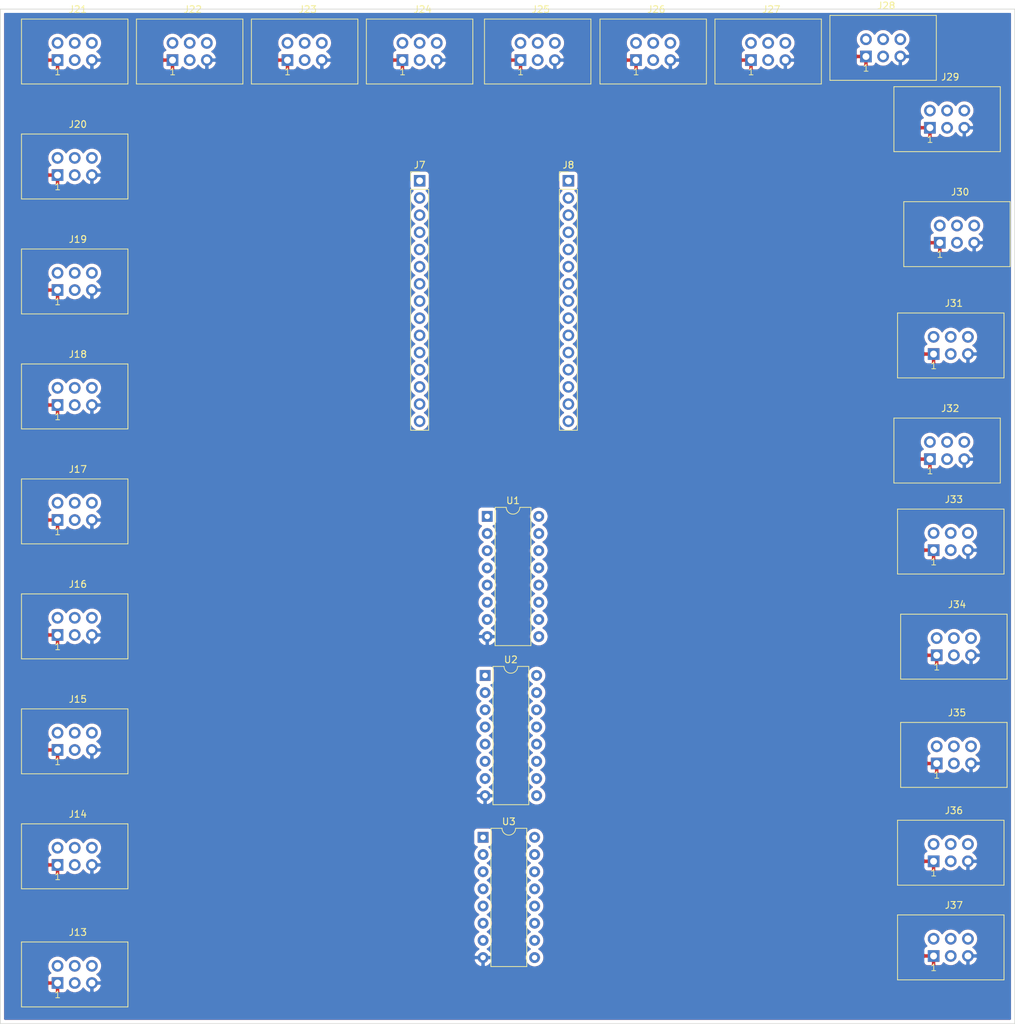
<source format=kicad_pcb>
(kicad_pcb (version 20171130) (host pcbnew "(5.1.10)-1")
  (layers (0 F.Cu signal) (31 B.Cu signal) (34 B.Paste user) (35 F.Paste user) (36 B.SilkS user) (37 F.SilkS user) (38 B.Mask user) (39 F.Mask user) (44 Edge.Cuts user))
  (net 0 "")
  (net 1 GND)
  (net 2 "Net-(J13-Pad3)")
  (net 3 +5V)
  (net 4 "Net-(J14-Pad3)")
  (net 5 "Net-(J15-Pad3)")
  (net 6 "Net-(J16-Pad3)")
  (net 7 "Net-(J17-Pad3)")
  (net 8 "Net-(J18-Pad3)")
  (net 9 "Net-(J19-Pad3)")
  (net 10 "Net-(J20-Pad3)")
  (net 11 "Net-(J21-Pad3)")
  (net 12 "Net-(J22-Pad3)")
  (net 13 "Net-(J23-Pad3)")
  (net 14 "Net-(J24-Pad3)")
  (net 15 "Net-(J25-Pad3)")
  (net 16 "Net-(J26-Pad3)")
  (net 17 "Net-(J27-Pad3)")
  (net 18 "Net-(J28-Pad3)")
  (net 19 "Net-(J29-Pad3)")
  (net 20 "Net-(J30-Pad3)")
  (net 21 "Net-(J31-Pad3)")
  (net 22 "Net-(J32-Pad3)")
  (net 23 "Net-(J33-Pad3)")
  (net 24 "Net-(J34-Pad3)")
  (net 25 "Net-(J35-Pad3)")
  (net 26 "Net-(J36-Pad3)")
  (net 27 VCC)
  (module Housings_DIP:DIP-16_W7.62mm (layer F.Cu) (at 94.38 149.46)
    (fp_text reference U3 (at 3.81 -2.33) (layer F.SilkS))
    (fp_text value 74166)
    (fp_line (start 6.46 -1.33) (end 4.81 -1.33) (layer F.SilkS) (width 0.12))
    (fp_line (start 6.46 19.11) (end 6.46 -1.33) (layer F.SilkS) (width 0.12))
    (fp_line (start 1.16 19.11) (end 6.46 19.11) (layer F.SilkS) (width 0.12))
    (fp_line (start 1.16 -1.33) (end 1.16 19.11) (layer F.SilkS) (width 0.12))
    (fp_line (start 2.81 -1.33) (end 1.16 -1.33) (layer F.SilkS) (width 0.12))
    (fp_arc (start 3.81 -1.33) (end 2.81 -1.33) (angle -180) (layer F.SilkS) (width 0.12))
    (pad 1 thru_hole rect (at 0 0) (size 1.6 1.6) (drill 0.8) (layers *.Cu *.Mask))
    (pad 9 thru_hole oval (at 7.62 17.78) (size 1.6 1.6) (drill 0.8) (layers *.Cu *.Mask))
    (pad 2 thru_hole oval (at 0 2.54) (size 1.6 1.6) (drill 0.8) (layers *.Cu *.Mask))
    (pad 10 thru_hole oval (at 7.62 15.24) (size 1.6 1.6) (drill 0.8) (layers *.Cu *.Mask))
    (pad 3 thru_hole oval (at 0 5.08) (size 1.6 1.6) (drill 0.8) (layers *.Cu *.Mask))
    (pad 11 thru_hole oval (at 7.62 12.7) (size 1.6 1.6) (drill 0.8) (layers *.Cu *.Mask))
    (pad 4 thru_hole oval (at 0 7.62) (size 1.6 1.6) (drill 0.8) (layers *.Cu *.Mask))
    (pad 12 thru_hole oval (at 7.62 10.16) (size 1.6 1.6) (drill 0.8) (layers *.Cu *.Mask))
    (pad 5 thru_hole oval (at 0 10.16) (size 1.6 1.6) (drill 0.8) (layers *.Cu *.Mask))
    (pad 13 thru_hole oval (at 7.62 7.62) (size 1.6 1.6) (drill 0.8) (layers *.Cu *.Mask))
    (pad 6 thru_hole oval (at 0 12.7) (size 1.6 1.6) (drill 0.8) (layers *.Cu *.Mask))
    (pad 14 thru_hole oval (at 7.62 5.08) (size 1.6 1.6) (drill 0.8) (layers *.Cu *.Mask))
    (pad 7 thru_hole oval (at 0 15.24) (size 1.6 1.6) (drill 0.8) (layers *.Cu *.Mask))
    (pad 15 thru_hole oval (at 7.62 2.54) (size 1.6 1.6) (drill 0.8) (layers *.Cu *.Mask))
    (pad 8 thru_hole oval (at 0 17.78) (size 1.6 1.6) (drill 0.8) (layers *.Cu *.Mask) (net 1 GND))
    (pad 16 thru_hole oval (at 7.62 0) (size 1.6 1.6) (drill 0.8) (layers *.Cu *.Mask) (net 27 VCC))
  )
  (module Housings_DIP:DIP-16_W7.62mm (layer F.Cu) (at 94.68 125.52)
    (fp_text reference U2 (at 3.81 -2.33) (layer F.SilkS))
    (fp_text value 74166)
    (fp_line (start 6.46 -1.33) (end 4.81 -1.33) (layer F.SilkS) (width 0.12))
    (fp_line (start 6.46 19.11) (end 6.46 -1.33) (layer F.SilkS) (width 0.12))
    (fp_line (start 1.16 19.11) (end 6.46 19.11) (layer F.SilkS) (width 0.12))
    (fp_line (start 1.16 -1.33) (end 1.16 19.11) (layer F.SilkS) (width 0.12))
    (fp_line (start 2.81 -1.33) (end 1.16 -1.33) (layer F.SilkS) (width 0.12))
    (fp_arc (start 3.81 -1.33) (end 2.81 -1.33) (angle -180) (layer F.SilkS) (width 0.12))
    (pad 1 thru_hole rect (at 0 0) (size 1.6 1.6) (drill 0.8) (layers *.Cu *.Mask))
    (pad 9 thru_hole oval (at 7.62 17.78) (size 1.6 1.6) (drill 0.8) (layers *.Cu *.Mask))
    (pad 2 thru_hole oval (at 0 2.54) (size 1.6 1.6) (drill 0.8) (layers *.Cu *.Mask))
    (pad 10 thru_hole oval (at 7.62 15.24) (size 1.6 1.6) (drill 0.8) (layers *.Cu *.Mask))
    (pad 3 thru_hole oval (at 0 5.08) (size 1.6 1.6) (drill 0.8) (layers *.Cu *.Mask))
    (pad 11 thru_hole oval (at 7.62 12.7) (size 1.6 1.6) (drill 0.8) (layers *.Cu *.Mask))
    (pad 4 thru_hole oval (at 0 7.62) (size 1.6 1.6) (drill 0.8) (layers *.Cu *.Mask))
    (pad 12 thru_hole oval (at 7.62 10.16) (size 1.6 1.6) (drill 0.8) (layers *.Cu *.Mask))
    (pad 5 thru_hole oval (at 0 10.16) (size 1.6 1.6) (drill 0.8) (layers *.Cu *.Mask))
    (pad 13 thru_hole oval (at 7.62 7.62) (size 1.6 1.6) (drill 0.8) (layers *.Cu *.Mask))
    (pad 6 thru_hole oval (at 0 12.7) (size 1.6 1.6) (drill 0.8) (layers *.Cu *.Mask))
    (pad 14 thru_hole oval (at 7.62 5.08) (size 1.6 1.6) (drill 0.8) (layers *.Cu *.Mask))
    (pad 7 thru_hole oval (at 0 15.24) (size 1.6 1.6) (drill 0.8) (layers *.Cu *.Mask))
    (pad 15 thru_hole oval (at 7.62 2.54) (size 1.6 1.6) (drill 0.8) (layers *.Cu *.Mask))
    (pad 8 thru_hole oval (at 0 17.78) (size 1.6 1.6) (drill 0.8) (layers *.Cu *.Mask) (net 1 GND))
    (pad 16 thru_hole oval (at 7.62 0) (size 1.6 1.6) (drill 0.8) (layers *.Cu *.Mask) (net 27 VCC))
  )
  (module Housings_DIP:DIP-16_W7.62mm (layer F.Cu) (at 95 102)
    (fp_text reference U1 (at 3.81 -2.33) (layer F.SilkS))
    (fp_text value 74166)
    (fp_line (start 6.46 -1.33) (end 4.81 -1.33) (layer F.SilkS) (width 0.12))
    (fp_line (start 6.46 19.11) (end 6.46 -1.33) (layer F.SilkS) (width 0.12))
    (fp_line (start 1.16 19.11) (end 6.46 19.11) (layer F.SilkS) (width 0.12))
    (fp_line (start 1.16 -1.33) (end 1.16 19.11) (layer F.SilkS) (width 0.12))
    (fp_line (start 2.81 -1.33) (end 1.16 -1.33) (layer F.SilkS) (width 0.12))
    (fp_arc (start 3.81 -1.33) (end 2.81 -1.33) (angle -180) (layer F.SilkS) (width 0.12))
    (pad 1 thru_hole rect (at 0 0) (size 1.6 1.6) (drill 0.8) (layers *.Cu *.Mask))
    (pad 9 thru_hole oval (at 7.62 17.78) (size 1.6 1.6) (drill 0.8) (layers *.Cu *.Mask))
    (pad 2 thru_hole oval (at 0 2.54) (size 1.6 1.6) (drill 0.8) (layers *.Cu *.Mask))
    (pad 10 thru_hole oval (at 7.62 15.24) (size 1.6 1.6) (drill 0.8) (layers *.Cu *.Mask))
    (pad 3 thru_hole oval (at 0 5.08) (size 1.6 1.6) (drill 0.8) (layers *.Cu *.Mask))
    (pad 11 thru_hole oval (at 7.62 12.7) (size 1.6 1.6) (drill 0.8) (layers *.Cu *.Mask))
    (pad 4 thru_hole oval (at 0 7.62) (size 1.6 1.6) (drill 0.8) (layers *.Cu *.Mask))
    (pad 12 thru_hole oval (at 7.62 10.16) (size 1.6 1.6) (drill 0.8) (layers *.Cu *.Mask))
    (pad 5 thru_hole oval (at 0 10.16) (size 1.6 1.6) (drill 0.8) (layers *.Cu *.Mask))
    (pad 13 thru_hole oval (at 7.62 7.62) (size 1.6 1.6) (drill 0.8) (layers *.Cu *.Mask))
    (pad 6 thru_hole oval (at 0 12.7) (size 1.6 1.6) (drill 0.8) (layers *.Cu *.Mask))
    (pad 14 thru_hole oval (at 7.62 5.08) (size 1.6 1.6) (drill 0.8) (layers *.Cu *.Mask))
    (pad 7 thru_hole oval (at 0 15.24) (size 1.6 1.6) (drill 0.8) (layers *.Cu *.Mask))
    (pad 15 thru_hole oval (at 7.62 2.54) (size 1.6 1.6) (drill 0.8) (layers *.Cu *.Mask))
    (pad 8 thru_hole oval (at 0 17.78) (size 1.6 1.6) (drill 0.8) (layers *.Cu *.Mask) (net 1 GND))
    (pad 16 thru_hole oval (at 7.62 0) (size 1.6 1.6) (drill 0.8) (layers *.Cu *.Mask) (net 27 VCC))
  )
  (module Moederbord:IDC_Header_Straight_6pins (layer F.Cu) (at 161 167)
    (fp_text reference J37 (at 3 -7.5) (layer F.SilkS))
    (fp_text value Conn_01x06_Male)
    (fp_text user 1 (at 0.02 1.72) (layer F.SilkS) (effects (font (thickness 0.12))))
    (fp_line (start -5.33 3.53) (end -5.33 -6.07) (layer F.SilkS) (width 0.12))
    (fp_line (start 10.41 3.53) (end -5.33 3.53) (layer F.SilkS) (width 0.12))
    (fp_line (start 10.41 -6.07) (end 10.41 3.53) (layer F.SilkS) (width 0.12))
    (fp_line (start -5.33 -6.07) (end 10.41 -6.07) (layer F.SilkS) (width 0.12))
    (pad 6 thru_hole oval (at 5.08 -2.54) (size 1.7272 1.7272) (drill 1.016) (layers *.Cu *.Mask))
    (pad 5 thru_hole oval (at 5.08 0) (size 1.7272 1.7272) (drill 1.016) (layers *.Cu *.Mask) (net 1 GND))
    (pad 4 thru_hole oval (at 2.54 -2.54) (size 1.7272 1.7272) (drill 1.016) (layers *.Cu *.Mask))
    (pad 3 thru_hole oval (at 2.54 0) (size 1.7272 1.7272) (drill 1.016) (layers *.Cu *.Mask))
    (pad 2 thru_hole oval (at 0 -2.54) (size 1.7272 1.7272) (drill 1.016) (layers *.Cu *.Mask) (net 26 "Net-(J36-Pad3)"))
    (pad 1 thru_hole rect (at 0 0) (size 1.7272 1.7272) (drill 1.016) (layers *.Cu *.Mask) (net 3 +5V))
  )
  (module Moederbord:IDC_Header_Straight_6pins (layer F.Cu) (at 161 153)
    (fp_text reference J36 (at 3 -7.5) (layer F.SilkS))
    (fp_text value Conn_01x06_Male)
    (fp_text user 1 (at 0.02 1.72) (layer F.SilkS) (effects (font (thickness 0.12))))
    (fp_line (start -5.33 3.53) (end -5.33 -6.07) (layer F.SilkS) (width 0.12))
    (fp_line (start 10.41 3.53) (end -5.33 3.53) (layer F.SilkS) (width 0.12))
    (fp_line (start 10.41 -6.07) (end 10.41 3.53) (layer F.SilkS) (width 0.12))
    (fp_line (start -5.33 -6.07) (end 10.41 -6.07) (layer F.SilkS) (width 0.12))
    (pad 6 thru_hole oval (at 5.08 -2.54) (size 1.7272 1.7272) (drill 1.016) (layers *.Cu *.Mask))
    (pad 5 thru_hole oval (at 5.08 0) (size 1.7272 1.7272) (drill 1.016) (layers *.Cu *.Mask) (net 1 GND))
    (pad 4 thru_hole oval (at 2.54 -2.54) (size 1.7272 1.7272) (drill 1.016) (layers *.Cu *.Mask))
    (pad 3 thru_hole oval (at 2.54 0) (size 1.7272 1.7272) (drill 1.016) (layers *.Cu *.Mask) (net 26 "Net-(J36-Pad3)"))
    (pad 2 thru_hole oval (at 0 -2.54) (size 1.7272 1.7272) (drill 1.016) (layers *.Cu *.Mask) (net 25 "Net-(J35-Pad3)"))
    (pad 1 thru_hole rect (at 0 0) (size 1.7272 1.7272) (drill 1.016) (layers *.Cu *.Mask) (net 3 +5V))
  )
  (module Moederbord:IDC_Header_Straight_6pins (layer F.Cu) (at 161.46 138.54)
    (fp_text reference J35 (at 3 -7.5) (layer F.SilkS))
    (fp_text value Conn_01x06_Male)
    (fp_text user 1 (at 0.02 1.72) (layer F.SilkS) (effects (font (thickness 0.12))))
    (fp_line (start -5.33 3.53) (end -5.33 -6.07) (layer F.SilkS) (width 0.12))
    (fp_line (start 10.41 3.53) (end -5.33 3.53) (layer F.SilkS) (width 0.12))
    (fp_line (start 10.41 -6.07) (end 10.41 3.53) (layer F.SilkS) (width 0.12))
    (fp_line (start -5.33 -6.07) (end 10.41 -6.07) (layer F.SilkS) (width 0.12))
    (pad 6 thru_hole oval (at 5.08 -2.54) (size 1.7272 1.7272) (drill 1.016) (layers *.Cu *.Mask))
    (pad 5 thru_hole oval (at 5.08 0) (size 1.7272 1.7272) (drill 1.016) (layers *.Cu *.Mask) (net 1 GND))
    (pad 4 thru_hole oval (at 2.54 -2.54) (size 1.7272 1.7272) (drill 1.016) (layers *.Cu *.Mask))
    (pad 3 thru_hole oval (at 2.54 0) (size 1.7272 1.7272) (drill 1.016) (layers *.Cu *.Mask) (net 25 "Net-(J35-Pad3)"))
    (pad 2 thru_hole oval (at 0 -2.54) (size 1.7272 1.7272) (drill 1.016) (layers *.Cu *.Mask) (net 24 "Net-(J34-Pad3)"))
    (pad 1 thru_hole rect (at 0 0) (size 1.7272 1.7272) (drill 1.016) (layers *.Cu *.Mask) (net 3 +5V))
  )
  (module Moederbord:IDC_Header_Straight_6pins (layer F.Cu) (at 161.46 122.54)
    (fp_text reference J34 (at 3 -7.5) (layer F.SilkS))
    (fp_text value Conn_01x06_Male)
    (fp_text user 1 (at 0.02 1.72) (layer F.SilkS) (effects (font (thickness 0.12))))
    (fp_line (start -5.33 3.53) (end -5.33 -6.07) (layer F.SilkS) (width 0.12))
    (fp_line (start 10.41 3.53) (end -5.33 3.53) (layer F.SilkS) (width 0.12))
    (fp_line (start 10.41 -6.07) (end 10.41 3.53) (layer F.SilkS) (width 0.12))
    (fp_line (start -5.33 -6.07) (end 10.41 -6.07) (layer F.SilkS) (width 0.12))
    (pad 6 thru_hole oval (at 5.08 -2.54) (size 1.7272 1.7272) (drill 1.016) (layers *.Cu *.Mask))
    (pad 5 thru_hole oval (at 5.08 0) (size 1.7272 1.7272) (drill 1.016) (layers *.Cu *.Mask) (net 1 GND))
    (pad 4 thru_hole oval (at 2.54 -2.54) (size 1.7272 1.7272) (drill 1.016) (layers *.Cu *.Mask))
    (pad 3 thru_hole oval (at 2.54 0) (size 1.7272 1.7272) (drill 1.016) (layers *.Cu *.Mask) (net 24 "Net-(J34-Pad3)"))
    (pad 2 thru_hole oval (at 0 -2.54) (size 1.7272 1.7272) (drill 1.016) (layers *.Cu *.Mask) (net 23 "Net-(J33-Pad3)"))
    (pad 1 thru_hole rect (at 0 0) (size 1.7272 1.7272) (drill 1.016) (layers *.Cu *.Mask) (net 3 +5V))
  )
  (module Moederbord:IDC_Header_Straight_6pins (layer F.Cu) (at 161 107)
    (fp_text reference J33 (at 3 -7.5) (layer F.SilkS))
    (fp_text value Conn_01x06_Male)
    (fp_text user 1 (at 0.02 1.72) (layer F.SilkS) (effects (font (thickness 0.12))))
    (fp_line (start -5.33 3.53) (end -5.33 -6.07) (layer F.SilkS) (width 0.12))
    (fp_line (start 10.41 3.53) (end -5.33 3.53) (layer F.SilkS) (width 0.12))
    (fp_line (start 10.41 -6.07) (end 10.41 3.53) (layer F.SilkS) (width 0.12))
    (fp_line (start -5.33 -6.07) (end 10.41 -6.07) (layer F.SilkS) (width 0.12))
    (pad 6 thru_hole oval (at 5.08 -2.54) (size 1.7272 1.7272) (drill 1.016) (layers *.Cu *.Mask))
    (pad 5 thru_hole oval (at 5.08 0) (size 1.7272 1.7272) (drill 1.016) (layers *.Cu *.Mask) (net 1 GND))
    (pad 4 thru_hole oval (at 2.54 -2.54) (size 1.7272 1.7272) (drill 1.016) (layers *.Cu *.Mask))
    (pad 3 thru_hole oval (at 2.54 0) (size 1.7272 1.7272) (drill 1.016) (layers *.Cu *.Mask) (net 23 "Net-(J33-Pad3)"))
    (pad 2 thru_hole oval (at 0 -2.54) (size 1.7272 1.7272) (drill 1.016) (layers *.Cu *.Mask) (net 22 "Net-(J32-Pad3)"))
    (pad 1 thru_hole rect (at 0 0) (size 1.7272 1.7272) (drill 1.016) (layers *.Cu *.Mask) (net 3 +5V))
  )
  (module Moederbord:IDC_Header_Straight_6pins (layer F.Cu) (at 160.46 93.54)
    (fp_text reference J32 (at 3 -7.5) (layer F.SilkS))
    (fp_text value Conn_01x06_Male)
    (fp_text user 1 (at 0.02 1.72) (layer F.SilkS) (effects (font (thickness 0.12))))
    (fp_line (start -5.33 3.53) (end -5.33 -6.07) (layer F.SilkS) (width 0.12))
    (fp_line (start 10.41 3.53) (end -5.33 3.53) (layer F.SilkS) (width 0.12))
    (fp_line (start 10.41 -6.07) (end 10.41 3.53) (layer F.SilkS) (width 0.12))
    (fp_line (start -5.33 -6.07) (end 10.41 -6.07) (layer F.SilkS) (width 0.12))
    (pad 6 thru_hole oval (at 5.08 -2.54) (size 1.7272 1.7272) (drill 1.016) (layers *.Cu *.Mask))
    (pad 5 thru_hole oval (at 5.08 0) (size 1.7272 1.7272) (drill 1.016) (layers *.Cu *.Mask) (net 1 GND))
    (pad 4 thru_hole oval (at 2.54 -2.54) (size 1.7272 1.7272) (drill 1.016) (layers *.Cu *.Mask))
    (pad 3 thru_hole oval (at 2.54 0) (size 1.7272 1.7272) (drill 1.016) (layers *.Cu *.Mask) (net 22 "Net-(J32-Pad3)"))
    (pad 2 thru_hole oval (at 0 -2.54) (size 1.7272 1.7272) (drill 1.016) (layers *.Cu *.Mask) (net 21 "Net-(J31-Pad3)"))
    (pad 1 thru_hole rect (at 0 0) (size 1.7272 1.7272) (drill 1.016) (layers *.Cu *.Mask) (net 3 +5V))
  )
  (module Moederbord:IDC_Header_Straight_6pins (layer F.Cu) (at 161 78)
    (fp_text reference J31 (at 3 -7.5) (layer F.SilkS))
    (fp_text value Conn_01x06_Male)
    (fp_text user 1 (at 0.02 1.72) (layer F.SilkS) (effects (font (thickness 0.12))))
    (fp_line (start -5.33 3.53) (end -5.33 -6.07) (layer F.SilkS) (width 0.12))
    (fp_line (start 10.41 3.53) (end -5.33 3.53) (layer F.SilkS) (width 0.12))
    (fp_line (start 10.41 -6.07) (end 10.41 3.53) (layer F.SilkS) (width 0.12))
    (fp_line (start -5.33 -6.07) (end 10.41 -6.07) (layer F.SilkS) (width 0.12))
    (pad 6 thru_hole oval (at 5.08 -2.54) (size 1.7272 1.7272) (drill 1.016) (layers *.Cu *.Mask))
    (pad 5 thru_hole oval (at 5.08 0) (size 1.7272 1.7272) (drill 1.016) (layers *.Cu *.Mask) (net 1 GND))
    (pad 4 thru_hole oval (at 2.54 -2.54) (size 1.7272 1.7272) (drill 1.016) (layers *.Cu *.Mask))
    (pad 3 thru_hole oval (at 2.54 0) (size 1.7272 1.7272) (drill 1.016) (layers *.Cu *.Mask) (net 21 "Net-(J31-Pad3)"))
    (pad 2 thru_hole oval (at 0 -2.54) (size 1.7272 1.7272) (drill 1.016) (layers *.Cu *.Mask) (net 20 "Net-(J30-Pad3)"))
    (pad 1 thru_hole rect (at 0 0) (size 1.7272 1.7272) (drill 1.016) (layers *.Cu *.Mask) (net 3 +5V))
  )
  (module Moederbord:IDC_Header_Straight_6pins (layer F.Cu) (at 161.92 61.54)
    (fp_text reference J30 (at 3 -7.5) (layer F.SilkS))
    (fp_text value Conn_01x06_Male)
    (fp_text user 1 (at 0.02 1.72) (layer F.SilkS) (effects (font (thickness 0.12))))
    (fp_line (start -5.33 3.53) (end -5.33 -6.07) (layer F.SilkS) (width 0.12))
    (fp_line (start 10.41 3.53) (end -5.33 3.53) (layer F.SilkS) (width 0.12))
    (fp_line (start 10.41 -6.07) (end 10.41 3.53) (layer F.SilkS) (width 0.12))
    (fp_line (start -5.33 -6.07) (end 10.41 -6.07) (layer F.SilkS) (width 0.12))
    (pad 6 thru_hole oval (at 5.08 -2.54) (size 1.7272 1.7272) (drill 1.016) (layers *.Cu *.Mask))
    (pad 5 thru_hole oval (at 5.08 0) (size 1.7272 1.7272) (drill 1.016) (layers *.Cu *.Mask) (net 1 GND))
    (pad 4 thru_hole oval (at 2.54 -2.54) (size 1.7272 1.7272) (drill 1.016) (layers *.Cu *.Mask))
    (pad 3 thru_hole oval (at 2.54 0) (size 1.7272 1.7272) (drill 1.016) (layers *.Cu *.Mask) (net 20 "Net-(J30-Pad3)"))
    (pad 2 thru_hole oval (at 0 -2.54) (size 1.7272 1.7272) (drill 1.016) (layers *.Cu *.Mask) (net 19 "Net-(J29-Pad3)"))
    (pad 1 thru_hole rect (at 0 0) (size 1.7272 1.7272) (drill 1.016) (layers *.Cu *.Mask) (net 3 +5V))
  )
  (module Moederbord:IDC_Header_Straight_6pins (layer F.Cu) (at 160.46 44.54)
    (fp_text reference J29 (at 3 -7.5) (layer F.SilkS))
    (fp_text value Conn_01x06_Male)
    (fp_text user 1 (at 0.02 1.72) (layer F.SilkS) (effects (font (thickness 0.12))))
    (fp_line (start -5.33 3.53) (end -5.33 -6.07) (layer F.SilkS) (width 0.12))
    (fp_line (start 10.41 3.53) (end -5.33 3.53) (layer F.SilkS) (width 0.12))
    (fp_line (start 10.41 -6.07) (end 10.41 3.53) (layer F.SilkS) (width 0.12))
    (fp_line (start -5.33 -6.07) (end 10.41 -6.07) (layer F.SilkS) (width 0.12))
    (pad 6 thru_hole oval (at 5.08 -2.54) (size 1.7272 1.7272) (drill 1.016) (layers *.Cu *.Mask))
    (pad 5 thru_hole oval (at 5.08 0) (size 1.7272 1.7272) (drill 1.016) (layers *.Cu *.Mask) (net 1 GND))
    (pad 4 thru_hole oval (at 2.54 -2.54) (size 1.7272 1.7272) (drill 1.016) (layers *.Cu *.Mask))
    (pad 3 thru_hole oval (at 2.54 0) (size 1.7272 1.7272) (drill 1.016) (layers *.Cu *.Mask) (net 19 "Net-(J29-Pad3)"))
    (pad 2 thru_hole oval (at 0 -2.54) (size 1.7272 1.7272) (drill 1.016) (layers *.Cu *.Mask) (net 18 "Net-(J28-Pad3)"))
    (pad 1 thru_hole rect (at 0 0) (size 1.7272 1.7272) (drill 1.016) (layers *.Cu *.Mask) (net 3 +5V))
  )
  (module Moederbord:IDC_Header_Straight_6pins (layer F.Cu) (at 151 34)
    (fp_text reference J28 (at 3 -7.5) (layer F.SilkS))
    (fp_text value Conn_01x06_Male)
    (fp_text user 1 (at 0.02 1.72) (layer F.SilkS) (effects (font (thickness 0.12))))
    (fp_line (start -5.33 3.53) (end -5.33 -6.07) (layer F.SilkS) (width 0.12))
    (fp_line (start 10.41 3.53) (end -5.33 3.53) (layer F.SilkS) (width 0.12))
    (fp_line (start 10.41 -6.07) (end 10.41 3.53) (layer F.SilkS) (width 0.12))
    (fp_line (start -5.33 -6.07) (end 10.41 -6.07) (layer F.SilkS) (width 0.12))
    (pad 6 thru_hole oval (at 5.08 -2.54) (size 1.7272 1.7272) (drill 1.016) (layers *.Cu *.Mask))
    (pad 5 thru_hole oval (at 5.08 0) (size 1.7272 1.7272) (drill 1.016) (layers *.Cu *.Mask) (net 1 GND))
    (pad 4 thru_hole oval (at 2.54 -2.54) (size 1.7272 1.7272) (drill 1.016) (layers *.Cu *.Mask))
    (pad 3 thru_hole oval (at 2.54 0) (size 1.7272 1.7272) (drill 1.016) (layers *.Cu *.Mask) (net 18 "Net-(J28-Pad3)"))
    (pad 2 thru_hole oval (at 0 -2.54) (size 1.7272 1.7272) (drill 1.016) (layers *.Cu *.Mask) (net 17 "Net-(J27-Pad3)"))
    (pad 1 thru_hole rect (at 0 0) (size 1.7272 1.7272) (drill 1.016) (layers *.Cu *.Mask) (net 3 +5V))
  )
  (module Moederbord:IDC_Header_Straight_6pins (layer F.Cu) (at 134 34.54)
    (fp_text reference J27 (at 3 -7.5) (layer F.SilkS))
    (fp_text value Conn_01x06_Male)
    (fp_text user 1 (at 0.02 1.72) (layer F.SilkS) (effects (font (thickness 0.12))))
    (fp_line (start -5.33 3.53) (end -5.33 -6.07) (layer F.SilkS) (width 0.12))
    (fp_line (start 10.41 3.53) (end -5.33 3.53) (layer F.SilkS) (width 0.12))
    (fp_line (start 10.41 -6.07) (end 10.41 3.53) (layer F.SilkS) (width 0.12))
    (fp_line (start -5.33 -6.07) (end 10.41 -6.07) (layer F.SilkS) (width 0.12))
    (pad 6 thru_hole oval (at 5.08 -2.54) (size 1.7272 1.7272) (drill 1.016) (layers *.Cu *.Mask))
    (pad 5 thru_hole oval (at 5.08 0) (size 1.7272 1.7272) (drill 1.016) (layers *.Cu *.Mask) (net 1 GND))
    (pad 4 thru_hole oval (at 2.54 -2.54) (size 1.7272 1.7272) (drill 1.016) (layers *.Cu *.Mask))
    (pad 3 thru_hole oval (at 2.54 0) (size 1.7272 1.7272) (drill 1.016) (layers *.Cu *.Mask) (net 17 "Net-(J27-Pad3)"))
    (pad 2 thru_hole oval (at 0 -2.54) (size 1.7272 1.7272) (drill 1.016) (layers *.Cu *.Mask) (net 16 "Net-(J26-Pad3)"))
    (pad 1 thru_hole rect (at 0 0) (size 1.7272 1.7272) (drill 1.016) (layers *.Cu *.Mask) (net 3 +5V))
  )
  (module Moederbord:IDC_Header_Straight_6pins (layer F.Cu) (at 117 34.54)
    (fp_text reference J26 (at 3 -7.5) (layer F.SilkS))
    (fp_text value Conn_01x06_Male)
    (fp_text user 1 (at 0.02 1.72) (layer F.SilkS) (effects (font (thickness 0.12))))
    (fp_line (start -5.33 3.53) (end -5.33 -6.07) (layer F.SilkS) (width 0.12))
    (fp_line (start 10.41 3.53) (end -5.33 3.53) (layer F.SilkS) (width 0.12))
    (fp_line (start 10.41 -6.07) (end 10.41 3.53) (layer F.SilkS) (width 0.12))
    (fp_line (start -5.33 -6.07) (end 10.41 -6.07) (layer F.SilkS) (width 0.12))
    (pad 6 thru_hole oval (at 5.08 -2.54) (size 1.7272 1.7272) (drill 1.016) (layers *.Cu *.Mask))
    (pad 5 thru_hole oval (at 5.08 0) (size 1.7272 1.7272) (drill 1.016) (layers *.Cu *.Mask) (net 1 GND))
    (pad 4 thru_hole oval (at 2.54 -2.54) (size 1.7272 1.7272) (drill 1.016) (layers *.Cu *.Mask))
    (pad 3 thru_hole oval (at 2.54 0) (size 1.7272 1.7272) (drill 1.016) (layers *.Cu *.Mask) (net 16 "Net-(J26-Pad3)"))
    (pad 2 thru_hole oval (at 0 -2.54) (size 1.7272 1.7272) (drill 1.016) (layers *.Cu *.Mask) (net 15 "Net-(J25-Pad3)"))
    (pad 1 thru_hole rect (at 0 0) (size 1.7272 1.7272) (drill 1.016) (layers *.Cu *.Mask) (net 3 +5V))
  )
  (module Moederbord:IDC_Header_Straight_6pins (layer F.Cu) (at 99.92 34.54)
    (fp_text reference J25 (at 3 -7.5) (layer F.SilkS))
    (fp_text value Conn_01x06_Male)
    (fp_text user 1 (at 0.02 1.72) (layer F.SilkS) (effects (font (thickness 0.12))))
    (fp_line (start -5.33 3.53) (end -5.33 -6.07) (layer F.SilkS) (width 0.12))
    (fp_line (start 10.41 3.53) (end -5.33 3.53) (layer F.SilkS) (width 0.12))
    (fp_line (start 10.41 -6.07) (end 10.41 3.53) (layer F.SilkS) (width 0.12))
    (fp_line (start -5.33 -6.07) (end 10.41 -6.07) (layer F.SilkS) (width 0.12))
    (pad 6 thru_hole oval (at 5.08 -2.54) (size 1.7272 1.7272) (drill 1.016) (layers *.Cu *.Mask))
    (pad 5 thru_hole oval (at 5.08 0) (size 1.7272 1.7272) (drill 1.016) (layers *.Cu *.Mask) (net 1 GND))
    (pad 4 thru_hole oval (at 2.54 -2.54) (size 1.7272 1.7272) (drill 1.016) (layers *.Cu *.Mask))
    (pad 3 thru_hole oval (at 2.54 0) (size 1.7272 1.7272) (drill 1.016) (layers *.Cu *.Mask) (net 15 "Net-(J25-Pad3)"))
    (pad 2 thru_hole oval (at 0 -2.54) (size 1.7272 1.7272) (drill 1.016) (layers *.Cu *.Mask) (net 14 "Net-(J24-Pad3)"))
    (pad 1 thru_hole rect (at 0 0) (size 1.7272 1.7272) (drill 1.016) (layers *.Cu *.Mask) (net 3 +5V))
  )
  (module Moederbord:IDC_Header_Straight_6pins (layer F.Cu) (at 82.46 34.54)
    (fp_text reference J24 (at 3 -7.5) (layer F.SilkS))
    (fp_text value Conn_01x06_Male)
    (fp_text user 1 (at 0.02 1.72) (layer F.SilkS) (effects (font (thickness 0.12))))
    (fp_line (start -5.33 3.53) (end -5.33 -6.07) (layer F.SilkS) (width 0.12))
    (fp_line (start 10.41 3.53) (end -5.33 3.53) (layer F.SilkS) (width 0.12))
    (fp_line (start 10.41 -6.07) (end 10.41 3.53) (layer F.SilkS) (width 0.12))
    (fp_line (start -5.33 -6.07) (end 10.41 -6.07) (layer F.SilkS) (width 0.12))
    (pad 6 thru_hole oval (at 5.08 -2.54) (size 1.7272 1.7272) (drill 1.016) (layers *.Cu *.Mask))
    (pad 5 thru_hole oval (at 5.08 0) (size 1.7272 1.7272) (drill 1.016) (layers *.Cu *.Mask) (net 1 GND))
    (pad 4 thru_hole oval (at 2.54 -2.54) (size 1.7272 1.7272) (drill 1.016) (layers *.Cu *.Mask))
    (pad 3 thru_hole oval (at 2.54 0) (size 1.7272 1.7272) (drill 1.016) (layers *.Cu *.Mask) (net 14 "Net-(J24-Pad3)"))
    (pad 2 thru_hole oval (at 0 -2.54) (size 1.7272 1.7272) (drill 1.016) (layers *.Cu *.Mask) (net 13 "Net-(J23-Pad3)"))
    (pad 1 thru_hole rect (at 0 0) (size 1.7272 1.7272) (drill 1.016) (layers *.Cu *.Mask) (net 3 +5V))
  )
  (module Moederbord:IDC_Header_Straight_6pins (layer F.Cu) (at 65.46 34.54)
    (fp_text reference J23 (at 3 -7.5) (layer F.SilkS))
    (fp_text value Conn_01x06_Male)
    (fp_text user 1 (at 0.02 1.72) (layer F.SilkS) (effects (font (thickness 0.12))))
    (fp_line (start -5.33 3.53) (end -5.33 -6.07) (layer F.SilkS) (width 0.12))
    (fp_line (start 10.41 3.53) (end -5.33 3.53) (layer F.SilkS) (width 0.12))
    (fp_line (start 10.41 -6.07) (end 10.41 3.53) (layer F.SilkS) (width 0.12))
    (fp_line (start -5.33 -6.07) (end 10.41 -6.07) (layer F.SilkS) (width 0.12))
    (pad 6 thru_hole oval (at 5.08 -2.54) (size 1.7272 1.7272) (drill 1.016) (layers *.Cu *.Mask))
    (pad 5 thru_hole oval (at 5.08 0) (size 1.7272 1.7272) (drill 1.016) (layers *.Cu *.Mask) (net 1 GND))
    (pad 4 thru_hole oval (at 2.54 -2.54) (size 1.7272 1.7272) (drill 1.016) (layers *.Cu *.Mask))
    (pad 3 thru_hole oval (at 2.54 0) (size 1.7272 1.7272) (drill 1.016) (layers *.Cu *.Mask) (net 13 "Net-(J23-Pad3)"))
    (pad 2 thru_hole oval (at 0 -2.54) (size 1.7272 1.7272) (drill 1.016) (layers *.Cu *.Mask) (net 12 "Net-(J22-Pad3)"))
    (pad 1 thru_hole rect (at 0 0) (size 1.7272 1.7272) (drill 1.016) (layers *.Cu *.Mask) (net 3 +5V))
  )
  (module Moederbord:IDC_Header_Straight_6pins (layer F.Cu) (at 48.46 34.54)
    (fp_text reference J22 (at 3 -7.5) (layer F.SilkS))
    (fp_text value Conn_01x06_Male)
    (fp_text user 1 (at 0.02 1.72) (layer F.SilkS) (effects (font (thickness 0.12))))
    (fp_line (start -5.33 3.53) (end -5.33 -6.07) (layer F.SilkS) (width 0.12))
    (fp_line (start 10.41 3.53) (end -5.33 3.53) (layer F.SilkS) (width 0.12))
    (fp_line (start 10.41 -6.07) (end 10.41 3.53) (layer F.SilkS) (width 0.12))
    (fp_line (start -5.33 -6.07) (end 10.41 -6.07) (layer F.SilkS) (width 0.12))
    (pad 6 thru_hole oval (at 5.08 -2.54) (size 1.7272 1.7272) (drill 1.016) (layers *.Cu *.Mask))
    (pad 5 thru_hole oval (at 5.08 0) (size 1.7272 1.7272) (drill 1.016) (layers *.Cu *.Mask) (net 1 GND))
    (pad 4 thru_hole oval (at 2.54 -2.54) (size 1.7272 1.7272) (drill 1.016) (layers *.Cu *.Mask))
    (pad 3 thru_hole oval (at 2.54 0) (size 1.7272 1.7272) (drill 1.016) (layers *.Cu *.Mask) (net 12 "Net-(J22-Pad3)"))
    (pad 2 thru_hole oval (at 0 -2.54) (size 1.7272 1.7272) (drill 1.016) (layers *.Cu *.Mask) (net 11 "Net-(J21-Pad3)"))
    (pad 1 thru_hole rect (at 0 0) (size 1.7272 1.7272) (drill 1.016) (layers *.Cu *.Mask) (net 3 +5V))
  )
  (module Moederbord:IDC_Header_Straight_6pins (layer F.Cu) (at 31.46 34.54)
    (fp_text reference J21 (at 3 -7.5) (layer F.SilkS))
    (fp_text value Conn_01x06_Male)
    (fp_text user 1 (at 0.02 1.72) (layer F.SilkS) (effects (font (thickness 0.12))))
    (fp_line (start -5.33 3.53) (end -5.33 -6.07) (layer F.SilkS) (width 0.12))
    (fp_line (start 10.41 3.53) (end -5.33 3.53) (layer F.SilkS) (width 0.12))
    (fp_line (start 10.41 -6.07) (end 10.41 3.53) (layer F.SilkS) (width 0.12))
    (fp_line (start -5.33 -6.07) (end 10.41 -6.07) (layer F.SilkS) (width 0.12))
    (pad 6 thru_hole oval (at 5.08 -2.54) (size 1.7272 1.7272) (drill 1.016) (layers *.Cu *.Mask))
    (pad 5 thru_hole oval (at 5.08 0) (size 1.7272 1.7272) (drill 1.016) (layers *.Cu *.Mask) (net 1 GND))
    (pad 4 thru_hole oval (at 2.54 -2.54) (size 1.7272 1.7272) (drill 1.016) (layers *.Cu *.Mask))
    (pad 3 thru_hole oval (at 2.54 0) (size 1.7272 1.7272) (drill 1.016) (layers *.Cu *.Mask) (net 11 "Net-(J21-Pad3)"))
    (pad 2 thru_hole oval (at 0 -2.54) (size 1.7272 1.7272) (drill 1.016) (layers *.Cu *.Mask) (net 10 "Net-(J20-Pad3)"))
    (pad 1 thru_hole rect (at 0 0) (size 1.7272 1.7272) (drill 1.016) (layers *.Cu *.Mask) (net 3 +5V))
  )
  (module Moederbord:IDC_Header_Straight_6pins (layer F.Cu) (at 31.46 51.54)
    (fp_text reference J20 (at 3 -7.5) (layer F.SilkS))
    (fp_text value Conn_01x06_Male)
    (fp_text user 1 (at 0.02 1.72) (layer F.SilkS) (effects (font (thickness 0.12))))
    (fp_line (start -5.33 3.53) (end -5.33 -6.07) (layer F.SilkS) (width 0.12))
    (fp_line (start 10.41 3.53) (end -5.33 3.53) (layer F.SilkS) (width 0.12))
    (fp_line (start 10.41 -6.07) (end 10.41 3.53) (layer F.SilkS) (width 0.12))
    (fp_line (start -5.33 -6.07) (end 10.41 -6.07) (layer F.SilkS) (width 0.12))
    (pad 6 thru_hole oval (at 5.08 -2.54) (size 1.7272 1.7272) (drill 1.016) (layers *.Cu *.Mask))
    (pad 5 thru_hole oval (at 5.08 0) (size 1.7272 1.7272) (drill 1.016) (layers *.Cu *.Mask) (net 1 GND))
    (pad 4 thru_hole oval (at 2.54 -2.54) (size 1.7272 1.7272) (drill 1.016) (layers *.Cu *.Mask))
    (pad 3 thru_hole oval (at 2.54 0) (size 1.7272 1.7272) (drill 1.016) (layers *.Cu *.Mask) (net 10 "Net-(J20-Pad3)"))
    (pad 2 thru_hole oval (at 0 -2.54) (size 1.7272 1.7272) (drill 1.016) (layers *.Cu *.Mask) (net 9 "Net-(J19-Pad3)"))
    (pad 1 thru_hole rect (at 0 0) (size 1.7272 1.7272) (drill 1.016) (layers *.Cu *.Mask) (net 3 +5V))
  )
  (module Moederbord:IDC_Header_Straight_6pins (layer F.Cu) (at 31.46 68.54)
    (fp_text reference J19 (at 3 -7.5) (layer F.SilkS))
    (fp_text value Conn_01x06_Male)
    (fp_text user 1 (at 0.02 1.72) (layer F.SilkS) (effects (font (thickness 0.12))))
    (fp_line (start -5.33 3.53) (end -5.33 -6.07) (layer F.SilkS) (width 0.12))
    (fp_line (start 10.41 3.53) (end -5.33 3.53) (layer F.SilkS) (width 0.12))
    (fp_line (start 10.41 -6.07) (end 10.41 3.53) (layer F.SilkS) (width 0.12))
    (fp_line (start -5.33 -6.07) (end 10.41 -6.07) (layer F.SilkS) (width 0.12))
    (pad 6 thru_hole oval (at 5.08 -2.54) (size 1.7272 1.7272) (drill 1.016) (layers *.Cu *.Mask))
    (pad 5 thru_hole oval (at 5.08 0) (size 1.7272 1.7272) (drill 1.016) (layers *.Cu *.Mask) (net 1 GND))
    (pad 4 thru_hole oval (at 2.54 -2.54) (size 1.7272 1.7272) (drill 1.016) (layers *.Cu *.Mask))
    (pad 3 thru_hole oval (at 2.54 0) (size 1.7272 1.7272) (drill 1.016) (layers *.Cu *.Mask) (net 9 "Net-(J19-Pad3)"))
    (pad 2 thru_hole oval (at 0 -2.54) (size 1.7272 1.7272) (drill 1.016) (layers *.Cu *.Mask) (net 8 "Net-(J18-Pad3)"))
    (pad 1 thru_hole rect (at 0 0) (size 1.7272 1.7272) (drill 1.016) (layers *.Cu *.Mask) (net 3 +5V))
  )
  (module Moederbord:IDC_Header_Straight_6pins (layer F.Cu) (at 31.46 85.54)
    (fp_text reference J18 (at 3 -7.5) (layer F.SilkS))
    (fp_text value Conn_01x06_Male)
    (fp_text user 1 (at 0.02 1.72) (layer F.SilkS) (effects (font (thickness 0.12))))
    (fp_line (start -5.33 3.53) (end -5.33 -6.07) (layer F.SilkS) (width 0.12))
    (fp_line (start 10.41 3.53) (end -5.33 3.53) (layer F.SilkS) (width 0.12))
    (fp_line (start 10.41 -6.07) (end 10.41 3.53) (layer F.SilkS) (width 0.12))
    (fp_line (start -5.33 -6.07) (end 10.41 -6.07) (layer F.SilkS) (width 0.12))
    (pad 6 thru_hole oval (at 5.08 -2.54) (size 1.7272 1.7272) (drill 1.016) (layers *.Cu *.Mask))
    (pad 5 thru_hole oval (at 5.08 0) (size 1.7272 1.7272) (drill 1.016) (layers *.Cu *.Mask) (net 1 GND))
    (pad 4 thru_hole oval (at 2.54 -2.54) (size 1.7272 1.7272) (drill 1.016) (layers *.Cu *.Mask))
    (pad 3 thru_hole oval (at 2.54 0) (size 1.7272 1.7272) (drill 1.016) (layers *.Cu *.Mask) (net 8 "Net-(J18-Pad3)"))
    (pad 2 thru_hole oval (at 0 -2.54) (size 1.7272 1.7272) (drill 1.016) (layers *.Cu *.Mask) (net 7 "Net-(J17-Pad3)"))
    (pad 1 thru_hole rect (at 0 0) (size 1.7272 1.7272) (drill 1.016) (layers *.Cu *.Mask) (net 3 +5V))
  )
  (module Moederbord:IDC_Header_Straight_6pins (layer F.Cu) (at 31.46 102.54)
    (fp_text reference J17 (at 3 -7.5) (layer F.SilkS))
    (fp_text value Conn_01x06_Male)
    (fp_text user 1 (at 0.02 1.72) (layer F.SilkS) (effects (font (thickness 0.12))))
    (fp_line (start -5.33 3.53) (end -5.33 -6.07) (layer F.SilkS) (width 0.12))
    (fp_line (start 10.41 3.53) (end -5.33 3.53) (layer F.SilkS) (width 0.12))
    (fp_line (start 10.41 -6.07) (end 10.41 3.53) (layer F.SilkS) (width 0.12))
    (fp_line (start -5.33 -6.07) (end 10.41 -6.07) (layer F.SilkS) (width 0.12))
    (pad 6 thru_hole oval (at 5.08 -2.54) (size 1.7272 1.7272) (drill 1.016) (layers *.Cu *.Mask))
    (pad 5 thru_hole oval (at 5.08 0) (size 1.7272 1.7272) (drill 1.016) (layers *.Cu *.Mask) (net 1 GND))
    (pad 4 thru_hole oval (at 2.54 -2.54) (size 1.7272 1.7272) (drill 1.016) (layers *.Cu *.Mask))
    (pad 3 thru_hole oval (at 2.54 0) (size 1.7272 1.7272) (drill 1.016) (layers *.Cu *.Mask) (net 7 "Net-(J17-Pad3)"))
    (pad 2 thru_hole oval (at 0 -2.54) (size 1.7272 1.7272) (drill 1.016) (layers *.Cu *.Mask) (net 6 "Net-(J16-Pad3)"))
    (pad 1 thru_hole rect (at 0 0) (size 1.7272 1.7272) (drill 1.016) (layers *.Cu *.Mask) (net 3 +5V))
  )
  (module Moederbord:IDC_Header_Straight_6pins (layer F.Cu) (at 31.46 119.54)
    (fp_text reference J16 (at 3 -7.5) (layer F.SilkS))
    (fp_text value Conn_01x06_Male)
    (fp_text user 1 (at 0.02 1.72) (layer F.SilkS) (effects (font (thickness 0.12))))
    (fp_line (start -5.33 3.53) (end -5.33 -6.07) (layer F.SilkS) (width 0.12))
    (fp_line (start 10.41 3.53) (end -5.33 3.53) (layer F.SilkS) (width 0.12))
    (fp_line (start 10.41 -6.07) (end 10.41 3.53) (layer F.SilkS) (width 0.12))
    (fp_line (start -5.33 -6.07) (end 10.41 -6.07) (layer F.SilkS) (width 0.12))
    (pad 6 thru_hole oval (at 5.08 -2.54) (size 1.7272 1.7272) (drill 1.016) (layers *.Cu *.Mask))
    (pad 5 thru_hole oval (at 5.08 0) (size 1.7272 1.7272) (drill 1.016) (layers *.Cu *.Mask) (net 1 GND))
    (pad 4 thru_hole oval (at 2.54 -2.54) (size 1.7272 1.7272) (drill 1.016) (layers *.Cu *.Mask))
    (pad 3 thru_hole oval (at 2.54 0) (size 1.7272 1.7272) (drill 1.016) (layers *.Cu *.Mask) (net 6 "Net-(J16-Pad3)"))
    (pad 2 thru_hole oval (at 0 -2.54) (size 1.7272 1.7272) (drill 1.016) (layers *.Cu *.Mask) (net 5 "Net-(J15-Pad3)"))
    (pad 1 thru_hole rect (at 0 0) (size 1.7272 1.7272) (drill 1.016) (layers *.Cu *.Mask) (net 3 +5V))
  )
  (module Moederbord:IDC_Header_Straight_6pins (layer F.Cu) (at 31.46 136.54)
    (fp_text reference J15 (at 3 -7.5) (layer F.SilkS))
    (fp_text value Conn_01x06_Male)
    (fp_text user 1 (at 0.02 1.72) (layer F.SilkS) (effects (font (thickness 0.12))))
    (fp_line (start -5.33 3.53) (end -5.33 -6.07) (layer F.SilkS) (width 0.12))
    (fp_line (start 10.41 3.53) (end -5.33 3.53) (layer F.SilkS) (width 0.12))
    (fp_line (start 10.41 -6.07) (end 10.41 3.53) (layer F.SilkS) (width 0.12))
    (fp_line (start -5.33 -6.07) (end 10.41 -6.07) (layer F.SilkS) (width 0.12))
    (pad 6 thru_hole oval (at 5.08 -2.54) (size 1.7272 1.7272) (drill 1.016) (layers *.Cu *.Mask))
    (pad 5 thru_hole oval (at 5.08 0) (size 1.7272 1.7272) (drill 1.016) (layers *.Cu *.Mask) (net 1 GND))
    (pad 4 thru_hole oval (at 2.54 -2.54) (size 1.7272 1.7272) (drill 1.016) (layers *.Cu *.Mask))
    (pad 3 thru_hole oval (at 2.54 0) (size 1.7272 1.7272) (drill 1.016) (layers *.Cu *.Mask) (net 5 "Net-(J15-Pad3)"))
    (pad 2 thru_hole oval (at 0 -2.54) (size 1.7272 1.7272) (drill 1.016) (layers *.Cu *.Mask) (net 4 "Net-(J14-Pad3)"))
    (pad 1 thru_hole rect (at 0 0) (size 1.7272 1.7272) (drill 1.016) (layers *.Cu *.Mask) (net 3 +5V))
  )
  (module Moederbord:IDC_Header_Straight_6pins (layer F.Cu) (at 31.46 153.54)
    (fp_text reference J14 (at 3 -7.5) (layer F.SilkS))
    (fp_text value Conn_01x06_Male)
    (fp_text user 1 (at 0.02 1.72) (layer F.SilkS) (effects (font (thickness 0.12))))
    (fp_line (start -5.33 3.53) (end -5.33 -6.07) (layer F.SilkS) (width 0.12))
    (fp_line (start 10.41 3.53) (end -5.33 3.53) (layer F.SilkS) (width 0.12))
    (fp_line (start 10.41 -6.07) (end 10.41 3.53) (layer F.SilkS) (width 0.12))
    (fp_line (start -5.33 -6.07) (end 10.41 -6.07) (layer F.SilkS) (width 0.12))
    (pad 6 thru_hole oval (at 5.08 -2.54) (size 1.7272 1.7272) (drill 1.016) (layers *.Cu *.Mask))
    (pad 5 thru_hole oval (at 5.08 0) (size 1.7272 1.7272) (drill 1.016) (layers *.Cu *.Mask) (net 1 GND))
    (pad 4 thru_hole oval (at 2.54 -2.54) (size 1.7272 1.7272) (drill 1.016) (layers *.Cu *.Mask))
    (pad 3 thru_hole oval (at 2.54 0) (size 1.7272 1.7272) (drill 1.016) (layers *.Cu *.Mask) (net 4 "Net-(J14-Pad3)"))
    (pad 2 thru_hole oval (at 0 -2.54) (size 1.7272 1.7272) (drill 1.016) (layers *.Cu *.Mask) (net 2 "Net-(J13-Pad3)"))
    (pad 1 thru_hole rect (at 0 0) (size 1.7272 1.7272) (drill 1.016) (layers *.Cu *.Mask) (net 3 +5V))
  )
  (module Moederbord:IDC_Header_Straight_6pins (layer F.Cu) (at 31.46 171)
    (fp_text reference J13 (at 3 -7.5) (layer F.SilkS))
    (fp_text value Conn_01x06_Male)
    (fp_text user 1 (at 0.02 1.72) (layer F.SilkS) (effects (font (thickness 0.12))))
    (fp_line (start -5.33 3.53) (end -5.33 -6.07) (layer F.SilkS) (width 0.12))
    (fp_line (start 10.41 3.53) (end -5.33 3.53) (layer F.SilkS) (width 0.12))
    (fp_line (start 10.41 -6.07) (end 10.41 3.53) (layer F.SilkS) (width 0.12))
    (fp_line (start -5.33 -6.07) (end 10.41 -6.07) (layer F.SilkS) (width 0.12))
    (pad 6 thru_hole oval (at 5.08 -2.54) (size 1.7272 1.7272) (drill 1.016) (layers *.Cu *.Mask))
    (pad 5 thru_hole oval (at 5.08 0) (size 1.7272 1.7272) (drill 1.016) (layers *.Cu *.Mask) (net 1 GND))
    (pad 4 thru_hole oval (at 2.54 -2.54) (size 1.7272 1.7272) (drill 1.016) (layers *.Cu *.Mask))
    (pad 3 thru_hole oval (at 2.54 0) (size 1.7272 1.7272) (drill 1.016) (layers *.Cu *.Mask) (net 2 "Net-(J13-Pad3)"))
    (pad 2 thru_hole oval (at 0 -2.54) (size 1.7272 1.7272) (drill 1.016) (layers *.Cu *.Mask))
    (pad 1 thru_hole rect (at 0 0) (size 1.7272 1.7272) (drill 1.016) (layers *.Cu *.Mask) (net 3 +5V))
  )
  (module Pin_Headers:Pin_Header_Straight_1x15_Pitch2.54mm (layer F.Cu) (at 107 52.38)
    (fp_text reference J8 (at 0 -2.33) (layer F.SilkS))
    (fp_text value Conn_01x15_Female)
    (fp_line (start -1.33 36.89) (end 1.33 36.89) (layer F.SilkS) (width 0.12))
    (fp_line (start -1.33 1.27) (end -1.33 36.89) (layer F.SilkS) (width 0.12))
    (fp_line (start 1.33 1.27) (end 1.33 36.89) (layer F.SilkS) (width 0.12))
    (fp_line (start -1.33 1.27) (end 1.33 1.27) (layer F.SilkS) (width 0.12))
    (fp_line (start -1.33 0) (end -1.33 -1.33) (layer F.SilkS) (width 0.12))
    (fp_line (start -1.33 -1.33) (end 0 -1.33) (layer F.SilkS) (width 0.12))
    (pad 15 thru_hole oval (at 0 35.56) (size 1.7 1.7) (drill 1) (layers *.Cu *.Mask))
    (pad 14 thru_hole oval (at 0 33.02) (size 1.7 1.7) (drill 1) (layers *.Cu *.Mask))
    (pad 13 thru_hole oval (at 0 30.48) (size 1.7 1.7) (drill 1) (layers *.Cu *.Mask))
    (pad 12 thru_hole oval (at 0 27.94) (size 1.7 1.7) (drill 1) (layers *.Cu *.Mask))
    (pad 11 thru_hole oval (at 0 25.4) (size 1.7 1.7) (drill 1) (layers *.Cu *.Mask))
    (pad 10 thru_hole oval (at 0 22.86) (size 1.7 1.7) (drill 1) (layers *.Cu *.Mask))
    (pad 9 thru_hole oval (at 0 20.32) (size 1.7 1.7) (drill 1) (layers *.Cu *.Mask))
    (pad 8 thru_hole oval (at 0 17.78) (size 1.7 1.7) (drill 1) (layers *.Cu *.Mask))
    (pad 7 thru_hole oval (at 0 15.24) (size 1.7 1.7) (drill 1) (layers *.Cu *.Mask))
    (pad 6 thru_hole oval (at 0 12.7) (size 1.7 1.7) (drill 1) (layers *.Cu *.Mask))
    (pad 5 thru_hole oval (at 0 10.16) (size 1.7 1.7) (drill 1) (layers *.Cu *.Mask))
    (pad 4 thru_hole oval (at 0 7.62) (size 1.7 1.7) (drill 1) (layers *.Cu *.Mask))
    (pad 3 thru_hole oval (at 0 5.08) (size 1.7 1.7) (drill 1) (layers *.Cu *.Mask))
    (pad 2 thru_hole oval (at 0 2.54) (size 1.7 1.7) (drill 1) (layers *.Cu *.Mask))
    (pad 1 thru_hole rect (at 0 0) (size 1.7 1.7) (drill 1) (layers *.Cu *.Mask))
  )
  (module Pin_Headers:Pin_Header_Straight_1x15_Pitch2.54mm (layer F.Cu) (at 85 52.38)
    (fp_text reference J7 (at 0 -2.33) (layer F.SilkS))
    (fp_text value Conn_01x15_Female)
    (fp_line (start -1.33 36.89) (end 1.33 36.89) (layer F.SilkS) (width 0.12))
    (fp_line (start -1.33 1.27) (end -1.33 36.89) (layer F.SilkS) (width 0.12))
    (fp_line (start 1.33 1.27) (end 1.33 36.89) (layer F.SilkS) (width 0.12))
    (fp_line (start -1.33 1.27) (end 1.33 1.27) (layer F.SilkS) (width 0.12))
    (fp_line (start -1.33 0) (end -1.33 -1.33) (layer F.SilkS) (width 0.12))
    (fp_line (start -1.33 -1.33) (end 0 -1.33) (layer F.SilkS) (width 0.12))
    (pad 15 thru_hole oval (at 0 35.56) (size 1.7 1.7) (drill 1) (layers *.Cu *.Mask))
    (pad 14 thru_hole oval (at 0 33.02) (size 1.7 1.7) (drill 1) (layers *.Cu *.Mask))
    (pad 13 thru_hole oval (at 0 30.48) (size 1.7 1.7) (drill 1) (layers *.Cu *.Mask))
    (pad 12 thru_hole oval (at 0 27.94) (size 1.7 1.7) (drill 1) (layers *.Cu *.Mask))
    (pad 11 thru_hole oval (at 0 25.4) (size 1.7 1.7) (drill 1) (layers *.Cu *.Mask))
    (pad 10 thru_hole oval (at 0 22.86) (size 1.7 1.7) (drill 1) (layers *.Cu *.Mask))
    (pad 9 thru_hole oval (at 0 20.32) (size 1.7 1.7) (drill 1) (layers *.Cu *.Mask))
    (pad 8 thru_hole oval (at 0 17.78) (size 1.7 1.7) (drill 1) (layers *.Cu *.Mask))
    (pad 7 thru_hole oval (at 0 15.24) (size 1.7 1.7) (drill 1) (layers *.Cu *.Mask))
    (pad 6 thru_hole oval (at 0 12.7) (size 1.7 1.7) (drill 1) (layers *.Cu *.Mask))
    (pad 5 thru_hole oval (at 0 10.16) (size 1.7 1.7) (drill 1) (layers *.Cu *.Mask))
    (pad 4 thru_hole oval (at 0 7.62) (size 1.7 1.7) (drill 1) (layers *.Cu *.Mask))
    (pad 3 thru_hole oval (at 0 5.08) (size 1.7 1.7) (drill 1) (layers *.Cu *.Mask))
    (pad 2 thru_hole oval (at 0 2.54) (size 1.7 1.7) (drill 1) (layers *.Cu *.Mask))
    (pad 1 thru_hole rect (at 0 0) (size 1.7 1.7) (drill 1) (layers *.Cu *.Mask))
  )
  (gr_line (start 173 27) (end 173 177) (layer Edge.Cuts) (width 0.1))
  (gr_line (start 23 27) (end 173 27) (layer Edge.Cuts) (width 0.1))
  (gr_line (start 23 177) (end 23 27) (layer Edge.Cuts) (width 0.1))
  (gr_line (start 173 177) (end 23 177) (layer Edge.Cuts) (width 0.1))
  (zone (net 3) (net_name +5V) (layer F.Cu) (connect_pads (clearance 0.508)) (min_thickness 0.254) (fill yes (arc_segments 32) (thermal_gap 0.508) (thermal_bridge_width 0.508))
    (polygon (pts (xy 173 177) (xy 23 177) (xy 23 27) (xy 173 27)))
  )
  (zone (net 1) (net_name GND) (layer B.Cu) (connect_pads (clearance 0.508)) (min_thickness 0.254) (fill yes (arc_segments 32) (thermal_gap 0.508) (thermal_bridge_width 0.508))
    (polygon (pts (xy 173 177) (xy 23 177) (xy 23 27) (xy 173 27)))
  )
)
</source>
